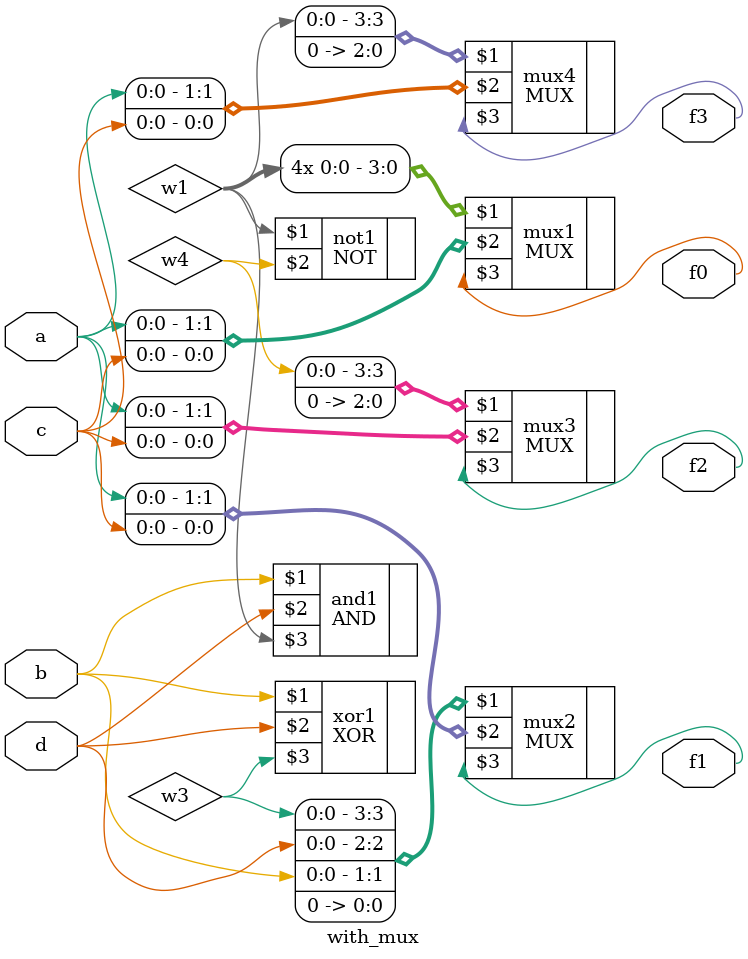
<source format=v>
`timescale 1ns / 1ps


//module with_decoder(input a,b,c,d, output f3,f2,f1,f0);
//
//(* OPTIMIZE = "OFF" *)
//
//wire [15:0]m;
//DECODER decoder1({a,b,c,d},m);
//
//wire o1,o2,o3,o4,o5,o6,o7;
//
//OR or1(m[5],m[7],o1);
//OR or2(m[13],m[15],o2);
//OR or3(o1,o2,f0);
//
//OR or4(m[6],m[7],o3);
//OR or5(m[9],m[11],o4);
//OR or6(m[13],m[14],o5);
//OR or7(o3,o4,o6);
//OR or8(o5,o6,f1);
//
//OR or9(m[10],m[11],o7);
//OR or10(m[14],o7,f2);
//
//assign f3=m[15];
//
//
//endmodule



module with_mux(input a,b,c,d, output f3,f2,f1,f0);

wire w1,w3,w4;

AND and1(b,d,w1);
XOR xor1(b,d,w3);
NOT not1(w1,w4);


MUX mux1({w1,w1,w1,w1}, {a,c} ,f0);
MUX mux2({w3,d,b,1'b0}, {a,c} ,f1);
MUX mux3({w4,1'b0,1'b0,1'b0}, {a,c} ,f2);
MUX mux4({w1,1'b0,1'b0,1'b0}, {a,c} ,f3);


endmodule
</source>
